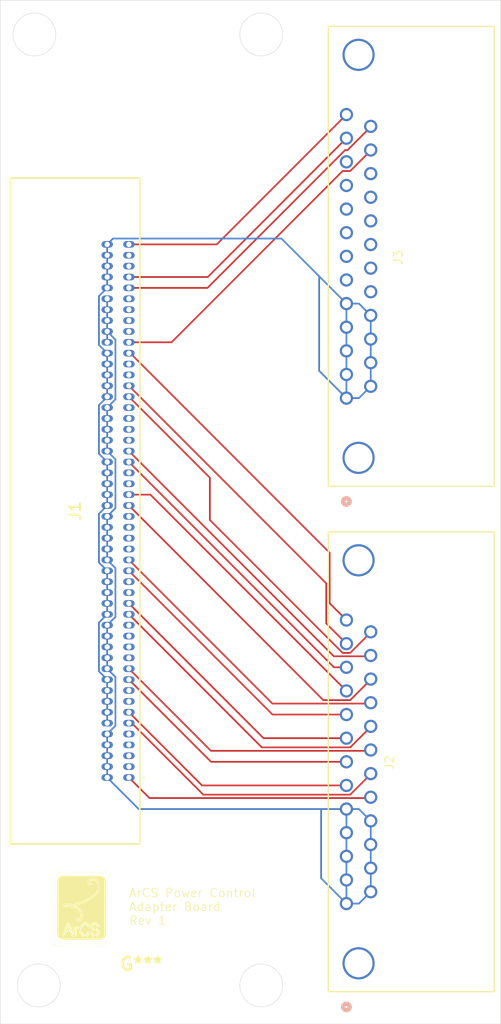
<source format=kicad_pcb>
(kicad_pcb (version 20240108) (generator "pcbnew") (generator_version "8.0")
  (layers (0 "F.Cu" signal) (1 "In1.Cu" signal) (2 "In2.Cu" signal) (31 "B.Cu" signal) (34 "B.Paste" user) (35 "F.Paste" user) (36 "B.SilkS" user "B.Silkscreen") (37 "F.SilkS" user "F.Silkscreen") (38 "B.Mask" user) (39 "F.Mask" user) (44 "Edge.Cuts" user))
  (net 0 "")
  (net 1 "CMB5-SDI-2")
  (net 2 "CMB5-VDD-S")
  (net 3 "CMB3-SDO-3")
  (net 4 "CMB5-SDI-1")
  (net 5 "CMB4-VDD-S")
  (net 6 "CMB4-SDI-3")
  (net 7 "CMB3-SDI-1")
  (net 8 "CMB5-VDDP-S")
  (net 9 "CMB3-SDI-2")
  (net 10 "CMB4-VDDP-S")
  (net 11 "CMB3-SDI-3")
  (net 12 "CMB4-SDI-2")
  (net 13 "CMB4-SDO-3")
  (net 14 "CMB4-SDI-1")
  (net 15 "CMB5-SDI-3")
  (net 16 "CMB5-SDO-3")
  (net 17 "CMB3-VDD-S")
  (net 18 "CMB3-VDDP-S")
  (net 19 "CMB1-VDD")
  (net 20 "CMB1-VDDP")
  (net 21 "CMB1-VDDP-S")
  (net 22 "CMB1-VDD-S")
  (net 23 "CMB1-SDO-3")
  (net 24 "CMB1-SDI-1")
  (net 25 "CMB1-CLK")
  (net 26 "CMB1-CS")
  (net 27 "CMB1-SDI-3")
  (net 28 "CMB1-RST")
  (net 29 "CMB1-TEST")
  (net 30 "CMB1-SDI-2")
  (net 31 "CMB2-SDI-3")
  (net 32 "CMB2-SDO-3")
  (net 33 "CMB2-SDI-1")
  (net 34 "CMB2-SDI-2")
  (net 35 "CMB2-VDDP-S")
  (net 36 "CMB2-VDD-S")
  (footprint "LOGO" (layer "F.Cu") (at 136.5 126.5)
    (property "Reference" "G***" (at 7 6.5 0) (layer "F.SilkS") (effects (font (size 1.5 1.5) (thickness 0.3))))
    (property "Value" "LOGO" (hide yes))
  )
  (footprint "footprints:CONN25x1_5747842-3_TEC" (layer "F.Cu") (at 167.456807 66.943101 90)
    (property "Reference" "J3" (at 16.443101 6.043193 90) (layer "F.SilkS"))
    (property "Value" "5747842-3")
    (pad "1" thru_hole circle (at 0 0 90) (size 1.5494 1.5494) (drill 1.0414) (layers "*.Cu" "*.Mask") (net 20 "CMB1-VDDP"))
    (pad "2" thru_hole circle (at 1.378999 2.839999 90) (size 1.5494 1.5494) (drill 1.0414) (layers "*.Cu" "*.Mask") (net 20 "CMB1-VDDP"))
    (pad "3" thru_hole circle (at 2.758 0 90) (size 1.5494 1.5494) (drill 1.0414) (layers "*.Cu" "*.Mask") (net 20 "CMB1-VDDP"))
    (pad "4" thru_hole circle (at 4.136999 2.839999 90) (size 1.5494 1.5494) (drill 1.0414) (layers "*.Cu" "*.Mask") (net 20 "CMB1-VDDP"))
    (pad "5" thru_hole circle (at 5.516001 0 90) (size 1.5494 1.5494) (drill 1.0414) (layers "*.Cu" "*.Mask") (net 20 "CMB1-VDDP"))
    (pad "6" thru_hole circle (at 6.895 2.839999 90) (size 1.5494 1.5494) (drill 1.0414) (layers "*.Cu" "*.Mask") (net 20 "CMB1-VDDP"))
    (pad "7" thru_hole circle (at 8.273999 0 90) (size 1.5494 1.5494) (drill 1.0414) (layers "*.Cu" "*.Mask") (net 20 "CMB1-VDDP"))
    (pad "8" thru_hole circle (at 9.653001 2.839999 90) (size 1.5494 1.5494) (drill 1.0414) (layers "*.Cu" "*.Mask") (net 20 "CMB1-VDDP"))
    (pad "9" thru_hole circle (at 11.032 0 90) (size 1.5494 1.5494) (drill 1.0414) (layers "*.Cu" "*.Mask") (net 20 "CMB1-VDDP"))
    (pad "10" thru_hole circle (at 12.411001 2.839999 90) (size 1.5494 1.5494) (drill 1.0414) (layers "*.Cu" "*.Mask") (net 29 "CMB1-TEST"))
    (pad "11" thru_hole circle (at 13.79 0 90) (size 1.5494 1.5494) (drill 1.0414) (layers "*.Cu" "*.Mask") (net 29 "CMB1-TEST"))
    (pad "12" thru_hole circle (at 15.168999 2.839999 90) (size 1.5494 1.5494) (drill 1.0414) (layers "*.Cu" "*.Mask") (net 29 "CMB1-TEST"))
    (pad "13" thru_hole circle (at 16.548001 0 90) (size 1.5494 1.5494) (drill 1.0414) (layers "*.Cu" "*.Mask") (net 28 "CMB1-RST"))
    (pad "14" thru_hole circle (at 17.927 2.839999 90) (size 1.5494 1.5494) (drill 1.0414) (layers "*.Cu" "*.Mask") (net 28 "CMB1-RST"))
    (pad "15" thru_hole circle (at 19.306001 0 90) (size 1.5494 1.5494) (drill 1.0414) (layers "*.Cu" "*.Mask") (net 28 "CMB1-RST"))
    (pad "16" thru_hole circle (at 20.685 2.839999 90) (size 1.5494 1.5494) (drill 1.0414) (layers "*.Cu" "*.Mask") (net 26 "CMB1-CS"))
    (pad "17" thru_hole circle (at 22.063999 0 90) (size 1.5494 1.5494) (drill 1.0414) (layers "*.Cu" "*.Mask") (net 26 "CMB1-CS"))
    (pad "18" thru_hole circle (at 23.443001 2.839999 90) (size 1.5494 1.5494) (drill 1.0414) (layers "*.Cu" "*.Mask") (net 26 "CMB1-CS"))
    (pad "19" thru_hole circle (at 24.822 0 90) (size 1.5494 1.5494) (drill 1.0414) (layers "*.Cu" "*.Mask") (net 25 "CMB1-CLK"))
    (pad "20" thru_hole circle (at 26.201002 2.839999 90) (size 1.5494 1.5494) (drill 1.0414) (layers "*.Cu" "*.Mask") (net 25 "CMB1-CLK"))
    (pad "21" thru_hole circle (at 27.580001 0 90) (size 1.5494 1.5494) (drill 1.0414) (layers "*.Cu" "*.Mask") (net 25 "CMB1-CLK"))
    (pad "22" thru_hole circle (at 28.959 2.839999 90) (size 1.5494 1.5494) (drill 1.0414) (layers "*.Cu" "*.Mask") (net 2 "CMB5-VDD-S"))
    (pad "23" thru_hole circle (at 30.338001 0 90) (size 1.5494 1.5494) (drill 1.0414) (layers "*.Cu" "*.Mask") (net 16 "CMB5-SDO-3"))
    (pad "24" thru_hole circle (at 31.717 2.839999 90) (size 1.5494 1.5494) (drill 1.0414) (layers "*.Cu" "*.Mask") (net 4 "CMB5-SDI-1"))
    (pad "25" thru_hole circle (at 33.096002 0 90) (size 1.5494 1.5494) (drill 1.0414) (layers "*.Cu" "*.Mask") (net 8 "CMB5-VDDP-S"))
    (pad "26" thru_hole circle (at -6.972006 1.42 90) (size 3.7592 3.7592) (drill 3.2512) (layers "*.Cu" "*.Mask"))
    (pad "27" thru_hole circle (at 40.068007 1.42 90) (size 3.7592 3.7592) (drill 3.2512) (layers "*.Cu" "*.Mask"))
  )
  (footprint "KiCad2:81100560203RB" (layer "F.Cu") (at 142.04 111.23 90)
    (property "Reference" "J1" (at 31.11 -6.285 -90) (layer "F.SilkS") (effects (font (size 1.27 1.27) (thickness 0.254))))
    (property "Value" "81100-560203-RB" (hide yes))
    (pad "" np_thru_hole circle (at -0.64 -6.6 90) (size 2.77 2.77) (drill 2.77) (layers "*.Cu" "*.Mask"))
    (pad "" np_thru_hole circle (at 62.86 -6.6 90) (size 2.77 2.77) (drill 2.77) (layers "*.Cu" "*.Mask"))
    (pad "1" thru_hole oval (at 0 0 90) (size 0.765 1.33) (drill 0.61) (layers "*.Cu" "*.Mask") (net 22 "CMB1-VDD-S"))
    (pad "2" thru_hole oval (at 0 -2.54 90) (size 0.765 1.33) (drill 0.61) (layers "*.Cu" "*.Mask") (net 19 "CMB1-VDD"))
    (pad "3" thru_hole oval (at 1.27 0 90) (size 0.765 1.33) (drill 0.61) (layers "*.Cu" "*.Mask") (net 29 "CMB1-TEST"))
    (pad "4" thru_hole oval (at 1.27 -2.54 90) (size 0.765 1.33) (drill 0.61) (layers "*.Cu" "*.Mask") (net 19 "CMB1-VDD"))
    (pad "5" thru_hole oval (at 2.54 0 90) (size 0.765 1.33) (drill 0.61) (layers "*.Cu" "*.Mask") (net 28 "CMB1-RST"))
    (pad "6" thru_hole oval (at 2.54 -2.54 90) (size 0.765 1.33) (drill 0.61) (layers "*.Cu" "*.Mask") (net 19 "CMB1-VDD"))
    (pad "7" thru_hole oval (at 3.81 0 90) (size 0.765 1.33) (drill 0.61) (layers "*.Cu" "*.Mask") (net 26 "CMB1-CS"))
    (pad "8" thru_hole oval (at 3.81 -2.54 90) (size 0.765 1.33) (drill 0.61) (layers "*.Cu" "*.Mask") (net 19 "CMB1-VDD"))
    (pad "9" thru_hole oval (at 5.08 0 90) (size 0.765 1.33) (drill 0.61) (layers "*.Cu" "*.Mask") (net 25 "CMB1-CLK"))
    (pad "10" thru_hole oval (at 5.08 -2.54 90) (size 0.765 1.33) (drill 0.61) (layers "*.Cu" "*.Mask") (net 19 "CMB1-VDD"))
    (pad "11" thru_hole oval (at 6.35 0 90) (size 0.765 1.33) (drill 0.61) (layers "*.Cu" "*.Mask") (net 24 "CMB1-SDI-1"))
    (pad "12" thru_hole oval (at 6.35 -2.54 90) (size 0.765 1.33) (drill 0.61) (layers "*.Cu" "*.Mask") (net 20 "CMB1-VDDP"))
    (pad "13" thru_hole oval (at 7.62 0 90) (size 0.765 1.33) (drill 0.61) (layers "*.Cu" "*.Mask") (net 23 "CMB1-SDO-3"))
    (pad "14" thru_hole oval (at 7.62 -2.54 90) (size 0.765 1.33) (drill 0.61) (layers "*.Cu" "*.Mask") (net 20 "CMB1-VDDP"))
    (pad "15" thru_hole oval (at 8.89 0 90) (size 0.765 1.33) (drill 0.61) (layers "*.Cu" "*.Mask") (net 27 "CMB1-SDI-3"))
    (pad "16" thru_hole oval (at 8.89 -2.54 90) (size 0.765 1.33) (drill 0.61) (layers "*.Cu" "*.Mask") (net 20 "CMB1-VDDP"))
    (pad "17" thru_hole oval (at 10.16 0 90) (size 0.765 1.33) (drill 0.61) (layers "*.Cu" "*.Mask") (net 30 "CMB1-SDI-2"))
    (pad "18" thru_hole oval (at 10.16 -2.54 90) (size 0.765 1.33) (drill 0.61) (layers "*.Cu" "*.Mask") (net 20 "CMB1-VDDP"))
    (pad "19" thru_hole oval (at 11.43 0 90) (size 0.765 1.33) (drill 0.61) (layers "*.Cu" "*.Mask") (net 21 "CMB1-VDDP-S"))
    (pad "20" thru_hole oval (at 11.43 -2.54 90) (size 0.765 1.33) (drill 0.61) (layers "*.Cu" "*.Mask") (net 20 "CMB1-VDDP"))
    (pad "21" thru_hole oval (at 12.7 0 90) (size 0.765 1.33) (drill 0.61) (layers "*.Cu" "*.Mask") (net 36 "CMB2-VDD-S"))
    (pad "22" thru_hole oval (at 12.7 -2.54 90) (size 0.765 1.33) (drill 0.61) (layers "*.Cu" "*.Mask") (net 19 "CMB1-VDD"))
    (pad "23" thru_hole oval (at 13.97 0 90) (size 0.765 1.33) (drill 0.61) (layers "*.Cu" "*.Mask") (net 29 "CMB1-TEST"))
    (pad "24" thru_hole oval (at 13.97 -2.54 90) (size 0.765 1.33) (drill 0.61) (layers "*.Cu" "*.Mask") (net 19 "CMB1-VDD"))
    (pad "25" thru_hole oval (at 15.24 0 90) (size 0.765 1.33) (drill 0.61) (layers "*.Cu" "*.Mask") (net 28 "CMB1-RST"))
    (pad "26" thru_hole oval (at 15.24 -2.54 90) (size 0.765 1.33) (drill 0.61) (layers "*.Cu" "*.Mask") (net 19 "CMB1-VDD"))
    (pad "27" thru_hole oval (at 16.51 0 90) (size 0.765 1.33) (drill 0.61) (layers "*.Cu" "*.Mask") (net 26 "CMB1-CS"))
    (pad "28" thru_hole oval (at 16.51 -2.54 90) (size 0.765 1.33) (drill 0.61) (layers "*.Cu" "*.Mask") (net 19 "CMB1-VDD"))
    (pad "29" thru_hole oval (at 17.78 0 90) (size 0.765 1.33) (drill 0.61) (layers "*.Cu" "*.Mask") (net 25 "CMB1-CLK"))
    (pad "30" thru_hole oval (at 17.78 -2.54 90) (size 0.765 1.33) (drill 0.61) (layers "*.Cu" "*.Mask") (net 19 "CMB1-VDD"))
    (pad "31" thru_hole oval (at 19.05 0 90) (size 0.765 1.33) (drill 0.61) (layers "*.Cu" "*.Mask") (net 33 "CMB2-SDI-1"))
    (pad "32" thru_hole oval (at 19.05 -2.54 90) (size 0.765 1.33) (drill 0.61) (layers "*.Cu" "*.Mask") (net 20 "CMB1-VDDP"))
    (pad "33" thru_hole oval (at 20.32 0 90) (size 0.765 1.33) (drill 0.61) (layers "*.Cu" "*.Mask") (net 32 "CMB2-SDO-3"))
    (pad "34" thru_hole oval (at 20.32 -2.54 90) (size 0.765 1.33) (drill 0.61) (layers "*.Cu" "*.Mask") (net 20 "CMB1-VDDP"))
    (pad "35" thru_hole oval (at 21.59 0 90) (size 0.765 1.33) (drill 0.61) (layers "*.Cu" "*.Mask") (net 31 "CMB2-SDI-3"))
    (pad "36" thru_hole oval (at 21.59 -2.54 90) (size 0.765 1.33) (drill 0.61) (layers "*.Cu" "*.Mask") (net 20 "CMB1-VDDP"))
    (pad "37" thru_hole oval (at 22.86 0 90) (size 0.765 1.33) (drill 0.61) (layers "*.Cu" "*.Mask") (net 34 "CMB2-SDI-2"))
    (pad "38" thru_hole oval (at 22.86 -2.54 90) (size 0.765 1.33) (drill 0.61) (layers "*.Cu" "*.Mask") (net 20 "CMB1-VDDP"))
    (pad "39" thru_hole oval (at 24.13 0 90) (size 0.765 1.33) (drill 0.61) (layers "*.Cu" "*.Mask") (net 35 "CMB2-VDDP-S"))
    (pad "40" thru_hole oval (at 24.13 -2.54 90) (size 0.765 1.33) (drill 0.61) (layers "*.Cu" "*.Mask") (net 20 "CMB1-VDDP"))
    (pad "41" thru_hole oval (at 25.4 0 90) (size 0.765 1.33) (drill 0.61) (layers "*.Cu" "*.Mask") (net 17 "CMB3-VDD-S"))
    (pad "42" thru_hole oval (at 25.4 -2.54 90) (size 0.765 1.33) (drill 0.61) (layers "*.Cu" "*.Mask") (net 19 "CMB1-VDD"))
    (pad "43" thru_hole oval (at 26.67 0 90) (size 0.765 1.33) (drill 0.61) (layers "*.Cu" "*.Mask") (net 29 "CMB1-TEST"))
    (pad "44" thru_hole oval (at 26.67 -2.54 90) (size 0.765 1.33) (drill 0.61) (layers "*.Cu" "*.Mask") (net 19 "CMB1-VDD"))
    (pad "45" thru_hole oval (at 27.94 0 90) (size 0.765 1.33) (drill 0.61) (layers "*.Cu" "*.Mask") (net 28 "CMB1-RST"))
    (pad "46" thru_hole oval (at 27.94 -2.54 90) (size 0.765 1.33) (drill 0.61) (layers "*.Cu" "*.Mask") (net 19 "CMB1-VDD"))
    (pad "47" thru_hole oval (at 29.21 0 90) (size 0.765 1.33) (drill 0.61) (layers "*.Cu" "*.Mask") (net 26 "CMB1-CS"))
    (pad "48" thru_hole oval (at 29.21 -2.54 90) (size 0.765 1.33) (drill 0.61) (layers "*.Cu" "*.Mask") (net 19 "CMB1-VDD"))
    (pad "49" thru_hole oval (at 30.48 0 90) (size 0.765 1.33) (drill 0.61) (layers "*.Cu" "*.Mask") (net 25 "CMB1-CLK"))
    (pad "50" thru_hole oval (at 30.48 -2.54 90) (size 0.765 1.33) (drill 0.61) (layers "*.Cu" "*.Mask") (net 19 "CMB1-VDD"))
    (pad "51" thru_hole oval (at 31.75 0 90) (size 0.765 1.33) (drill 0.61) (layers "*.Cu" "*.Mask") (net 7 "CMB3-SDI-1"))
    (pad "52" thru_hole oval (at 31.75 -2.54 90) (size 0.765 1.33) (drill 0.61) (layers "*.Cu" "*.Mask") (net 20 "CMB1-VDDP"))
    (pad "53" thru_hole oval (at 33.02 0 90) (size 0.765 1.33) (drill 0.61) (layers "*.Cu" "*.Mask") (net 3 "CMB3-SDO-3"))
    (pad "54" thru_hole oval (at 33.02 -2.54 90) (size 0.765 1.33) (drill 0.61) (layers "*.Cu" "*.Mask") (net 20 "CMB1-VDDP"))
    (pad "55" thru_hole oval (at 34.29 0 90) (size 0.765 1.33) (drill 0.61) (layers "*.Cu" "*.Mask") (net 11 "CMB3-SDI-3"))
    (pad "56" thru_hole oval (at 34.29 -2.54 90) (size 0.765 1.33) (drill 0.61) (layers "*.Cu" "*.Mask") (net 20 "CMB1-VDDP"))
    (pad "57" thru_hole oval (at 35.56 0 90) (size 0.765 1.33) (drill 0.61) (layers "*.Cu" "*.Mask") (net 9 "CMB3-SDI-2"))
    (pad "58" thru_hole oval (at 35.56 -2.54 90) (size 0.765 1.33) (drill 0.61) (layers "*.Cu" "*.Mask") (net 20 "CMB1-VDDP"))
    (pad "59" thru_hole oval (at 36.83 0 90) (size 0.765 1.33) (drill 0.61) (layers "*.Cu" "*.Mask") (net 18 "CMB3-VDDP-S"))
    (pad "60" thru_hole oval (at 36.83 -2.54 90) (size 0.765 1.33) (drill 0.61) (layers "*.Cu" "*.Mask") (net 20 "CMB1-VDDP"))
    (pad "61" thru_hole oval (at 38.1 0 90) (size 0.765 1.33) (drill 0.61) (layers "*.Cu" "*.Mask") (net 5 "CMB4-VDD-S"))
    (pad "62" thru_hole oval (at 38.1 -2.54 90) (size 0.765 1.33) (drill 0.61) (layers "*.Cu" "*.Mask") (net 19 "CMB1-VDD"))
    (pad "63" thru_hole oval (at 39.37 0 90) (size 0.765 1.33) (drill 0.61) (layers "*.Cu" "*.Mask") (net 29 "CMB1-TEST"))
    (pad "64" thru_hole oval (at 39.37 -2.54 90) (size 0.765 1.33) (drill 0.61) (layers "*.Cu" "*.Mask") (net 19 "CMB1-VDD"))
    (pad "65" thru_hole oval (at 40.64 0 90) (size 0.765 1.33) (drill 0.61) (layers "*.Cu" "*.Mask") (net 28 "CMB1-RST"))
    (pad "66" thru_hole oval (at 40.64 -2.54 90) (size 0.765 1.33) (drill 0.61) (layers "*.Cu" "*.Mask") (net 19 "CMB1-VDD"))
    (pad "67" thru_hole oval (at 41.91 0 90) (size 0.765 1.33) (drill 0.61) (layers "*.Cu" "*.Mask") (net 26 "CMB1-CS"))
    (pad "68" thru_hole oval (at 41.91 -2.54 90) (size 0.765 1.33) (drill 0.61) (layers "*.Cu" "*.Mask") (net 19 "CMB1-VDD"))
    (pad "69" thru_hole oval (at 43.18 0 90) (size 0.765 1.33) (drill 0.61) (layers "*.Cu" "*.Mask") (net 25 "CMB1-CLK"))
    (pad "70" thru_hole oval (at 43.18 -2.54 90) (size 0.765 1.33) (drill 0.61) (layers "*.Cu" "*.Mask") (net 19 "CMB1-VDD"))
    (pad "71" thru_hole oval (at 44.45 0 90) (size 0.765 1.33) (drill 0.61) (layers "*.Cu" "*.Mask") (net 14 "CMB4-SDI-1"))
    (pad "72" thru_hole oval (at 44.45 -2.54 90) (size 0.765 1.33) (drill 0.61) (layers "*.Cu" "*.Mask") (net 20 "CMB1-VDDP"))
    (pad "73" thru_hole oval (at 45.72 0 90) (size 0.765 1.33) (drill 0.61) (layers "*.Cu" "*.Mask") (net 13 "CMB4-SDO-3"))
    (pad "74" thru_hole oval (at 45.72 -2.54 90) (size 0.765 1.33) (drill 0.61) (layers "*.Cu" "*.Mask") (net 20 "CMB1-VDDP"))
    (pad "75" thru_hole oval (at 46.99 0 90) (size 0.765 1.33) (drill 0.61) (layers "*.Cu" "*.Mask") (net 6 "CMB4-SDI-3"))
    (pad "76" thru_hole oval (at 46.99 -2.54 90) (size 0.765 1.33) (drill 0.61) (layers "*.Cu" "*.Mask") (net 20 "CMB1-VDDP"))
    (pad "77" thru_hole oval (at 48.26 0 90) (size 0.765 1.33) (drill 0.61) (layers "*.Cu" "*.Mask") (net 12 "CMB4-SDI-2"))
    (pad "78" thru_hole oval (at 48.26 -2.54 90) (size 0.765 1.33) (drill 0.61) (layers "*.Cu" "*.Mask") (net 20 "CMB1-VDDP"))
    (pad "79" thru_hole oval (at 49.53 0 90) (size 0.765 1.33) (drill 0.61) (layers "*.Cu" "*.Mask") (net 10 "CMB4-VDDP-S"))
    (pad "80" thru_hole oval (at 49.53 -2.54 90) (size 0.765 1.33) (drill 0.61) (layers "*.Cu" "*.Mask") (net 20 "CMB1-VDDP"))
    (pad "81" thru_hole oval (at 50.8 0 90) (size 0.765 1.33) (drill 0.61) (layers "*.Cu" "*.Mask") (net 2 "CMB5-VDD-S"))
    (pad "82" thru_hole oval (at 50.8 -2.54 90) (size 0.765 1.33) (drill 0.61) (layers "*.Cu" "*.Mask") (net 19 "CMB1-VDD"))
    (pad "83" thru_hole oval (at 52.07 0 90) (size 0.765 1.33) (drill 0.61) (layers "*.Cu" "*.Mask") (net 29 "CMB1-TEST"))
    (pad "84" thru_hole oval (at 52.07 -2.54 90) (size 0.765 1.33) (drill 0.61) (layers "*.Cu" "*.Mask") (net 19 "CMB1-VDD"))
    (pad "85" thru_hole oval (at 53.34 0 90) (size 0.765 1.33) (drill 0.61) (layers "*.Cu" "*.Mask") (net 28 "CMB1-RST"))
    (pad "86" thru_hole oval (at 53.34 -2.54 90) (size 0.765 1.33) (drill 0.61) (layers "*.Cu" "*.Mask") (net 19 "CMB1-VDD"))
    (pad "87" thru_hole oval (at 54.61 0 90) (size 0.765 1.33) (drill 0.61) (layers "*.Cu" "*.Mask") (net 26 "CMB1-CS"))
    (pad "88" thru_hole oval (at 54.61 -2.54 90) (size 0.765 1.33) (drill 0.61) (layers "*.Cu" "*.Mask") (net 19 "CMB1-VDD"))
    (pad "89" thru_hole oval (at 55.88 0 90) (size 0.765 1.33) (drill 0.61) (layers "*.Cu" "*.Mask") (net 25 "CMB1-CLK"))
    (pad "90" thru_hole oval (at 55.88 -2.54 90) (size 0.765 1.33) (drill 0.61) (layers "*.Cu" "*.Mask") (net 19 "CMB1-VDD"))
    (pad "91" thru_hole oval (at 57.15 0 90) (size 0.765 1.33) (drill 0.61) (layers "*.Cu" "*.Mask") (net 4 "CMB5-SDI-1"))
    (pad "92" thru_hole oval (at 57.15 -2.54 90) (size 0.765 1.33) (drill 0.61) (layers "*.Cu" "*.Mask") (net 20 "CMB1-VDDP"))
    (pad "93" thru_hole oval (at 58.42 0 90) (size 0.765 1.33) (drill 0.61) (layers "*.Cu" "*.Mask") (net 16 "CMB5-SDO-3"))
    (pad "94" thru_hole oval (at 58.42 -2.54 90) (size 0.765 1.33) (drill 0.61) (layers "*.Cu" "*.Mask") (net 20 "CMB1-VDDP"))
    (pad "95" thru_hole oval (at 59.69 0 90) (size 0.765 1.33) (drill 0.61) (layers "*.Cu" "*.Mask") (net 15 "CMB5-SDI-3"))
    (pad "96" thru_hole oval (at 59.69 -2.54 90) (size 0.765 1.33) (drill 0.61) (layers "*.Cu" "*.Mask") (net 20 "CMB1-VDDP"))
    (pad "97" thru_hole oval (at 60.96 0 90) (size 0.765 1.33) (drill 0.61) (layers "*.Cu" "*.Mask") (net 1 "CMB5-SDI-2"))
    (pad "98" thru_hole oval (at 60.96 -2.54 90) (size 0.765 1.33) (drill 0.61) (layers "*.Cu" "*.Mask") (net 20 "CMB1-VDDP"))
    (pad "99" thru_hole oval (at 62.23 0 90) (size 0.765 1.33) (drill 0.61) (layers "*.Cu" "*.Mask") (net 8 "CMB5-VDDP-S"))
    (pad "100" thru_hole oval (at 62.23 -2.54 90) (size 0.765 1.33) (drill 0.61) (layers "*.Cu" "*.Mask") (net 20 "CMB1-VDDP"))
  )
  (footprint "footprints:CONN25x1_5747842-3_TEC" (layer "F.Cu") (at 167.456807 125.943101 90)
    (property "Reference" "J2" (at 16.443101 5.043193 90) (layer "F.SilkS"))
    (property "Value" "5747842-3")
    (pad "1" thru_hole circle (at 0 0 90) (size 1.5494 1.5494) (drill 1.0414) (layers "*.Cu" "*.Mask") (net 19 "CMB1-VDD"))
    (pad "2" thru_hole circle (at 1.378999 2.839999 90) (size 1.5494 1.5494) (drill 1.0414) (layers "*.Cu" "*.Mask") (net 19 "CMB1-VDD"))
    (pad "3" thru_hole circle (at 2.758 0 90) (size 1.5494 1.5494) (drill 1.0414) (layers "*.Cu" "*.Mask") (net 19 "CMB1-VDD"))
    (pad "4" thru_hole circle (at 4.136999 2.839999 90) (size 1.5494 1.5494) (drill 1.0414) (layers "*.Cu" "*.Mask") (net 19 "CMB1-VDD"))
    (pad "5" thru_hole circle (at 5.516001 0 90) (size 1.5494 1.5494) (drill 1.0414) (layers "*.Cu" "*.Mask") (net 19 "CMB1-VDD"))
    (pad "6" thru_hole circle (at 6.895 2.839999 90) (size 1.5494 1.5494) (drill 1.0414) (layers "*.Cu" "*.Mask") (net 19 "CMB1-VDD"))
    (pad "7" thru_hole circle (at 8.273999 0 90) (size 1.5494 1.5494) (drill 1.0414) (layers "*.Cu" "*.Mask") (net 19 "CMB1-VDD"))
    (pad "8" thru_hole circle (at 9.653001 2.839999 90) (size 1.5494 1.5494) (drill 1.0414) (layers "*.Cu" "*.Mask") (net 19 "CMB1-VDD"))
    (pad "9" thru_hole circle (at 11.032 0 90) (size 1.5494 1.5494) (drill 1.0414) (layers "*.Cu" "*.Mask") (net 19 "CMB1-VDD"))
    (pad "10" thru_hole circle (at 12.411001 2.839999 90) (size 1.5494 1.5494) (drill 1.0414) (layers "*.Cu" "*.Mask") (net 22 "CMB1-VDD-S"))
    (pad "11" thru_hole circle (at 13.79 0 90) (size 1.5494 1.5494) (drill 1.0414) (layers "*.Cu" "*.Mask") (net 23 "CMB1-SDO-3"))
    (pad "12" thru_hole circle (at 15.168999 2.839999 90) (size 1.5494 1.5494) (drill 1.0414) (layers "*.Cu" "*.Mask") (net 24 "CMB1-SDI-1"))
    (pad "13" thru_hole circle (at 16.548001 0 90) (size 1.5494 1.5494) (drill 1.0414) (layers "*.Cu" "*.Mask") (net 21 "CMB1-VDDP-S"))
    (pad "14" thru_hole circle (at 17.927 2.839999 90) (size 1.5494 1.5494) (drill 1.0414) (layers "*.Cu" "*.Mask") (net 36 "CMB2-VDD-S"))
    (pad "15" thru_hole circle (at 19.306001 0 90) (size 1.5494 1.5494) (drill 1.0414) (layers "*.Cu" "*.Mask") (net 32 "CMB2-SDO-3"))
    (pad "16" thru_hole circle (at 20.685 2.839999 90) (size 1.5494 1.5494) (drill 1.0414) (layers "*.Cu" "*.Mask") (net 33 "CMB2-SDI-1"))
    (pad "17" thru_hole circle (at 22.063999 0 90) (size 1.5494 1.5494) (drill 1.0414) (layers "*.Cu" "*.Mask") (net 35 "CMB2-VDDP-S"))
    (pad "18" thru_hole circle (at 23.443001 2.839999 90) (size 1.5494 1.5494) (drill 1.0414) (layers "*.Cu" "*.Mask") (net 17 "CMB3-VDD-S"))
    (pad "19" thru_hole circle (at 24.822 0 90) (size 1.5494 1.5494) (drill 1.0414) (layers "*.Cu" "*.Mask") (net 3 "CMB3-SDO-3"))
    (pad "20" thru_hole circle (at 26.201002 2.839999 90) (size 1.5494 1.5494) (drill 1.0414) (layers "*.Cu" "*.Mask") (net 7 "CMB3-SDI-1"))
    (pad "21" thru_hole circle (at 27.580001 0 90) (size 1.5494 1.5494) (drill 1.0414) (layers "*.Cu" "*.Mask") (net 18 "CMB3-VDDP-S"))
    (pad "22" thru_hole circle (at 28.959 2.839999 90) (size 1.5494 1.5494) (drill 1.0414) (layers "*.Cu" "*.Mask") (net 5 "CMB4-VDD-S"))
    (pad "23" thru_hole circle (at 30.338001 0 90) (size 1.5494 1.5494) (drill 1.0414) (layers "*.Cu" "*.Mask") (net 13 "CMB4-SDO-3"))
    (pad "24" thru_hole circle (at 31.717 2.839999 90) (size 1.5494 1.5494) (drill 1.0414) (layers "*.Cu" "*.Mask") (net 14 "CMB4-SDI-1"))
    (pad "25" thru_hole circle (at 33.096002 0 90) (size 1.5494 1.5494) (drill 1.0414) (layers "*.Cu" "*.Mask") (net 10 "CMB4-VDDP-S"))
    (pad "26" thru_hole circle (at -6.972006 1.42 90) (size 3.7592 3.7592) (drill 3.2512) (layers "*.Cu" "*.Mask"))
    (pad "27" thru_hole circle (at 40.068007 1.42 90) (size 3.7592 3.7592) (drill 3.2512) (layers "*.Cu" "*.Mask"))
  )
  (gr_circle (center 157.5 24.5) (end 159.5 26) (stroke (width 0.05)) (fill none) (layer "Edge.Cuts"))
  (gr_circle (center 131 24.5) (end 133 26) (stroke (width 0.05)) (fill none) (layer "Edge.Cuts"))
  (gr_circle (center 157.5 135.5) (end 159.5 137) (stroke (width 0.05)) (fill none) (layer "Edge.Cuts"))
  (gr_circle (center 131.5 135.5) (end 133.5 137) (stroke (width 0.05)) (fill none) (layer "Edge.Cuts"))
  (gr_rect (start 127 20.5) (end 185.5 140) (stroke (width 0.05)) (fill none) (layer "Edge.Cuts"))
  (gr_text "ArCS Power Control\nAdapter Board\nRev 1" (at 142 128.5 0) (layer "F.SilkS") (effects (font (size 1 1) (thickness 0.1)) (justify left bottom)))
  (segment (start 170.296806 38.042957) (end 170.296806 37.984101) (width 0.2) (layer "F.Cu") (net 2))
  (segment (start 142.04 60.43) (end 147.019451 60.43) (width 0.2) (layer "F.Cu") (net 2))
  (segment (start 147.019451 60.43) (end 167.011651 40.4378) (width 0.2) (layer "F.Cu") (net 2))
  (segment (start 167.011651 40.4378) (end 167.901963 40.4378) (width 0.2) (layer "F.Cu") (net 2))
  (segment (start 167.901963 40.4378) (end 170.296806 38.042957) (width 0.2) (layer "F.Cu") (net 2))
  (segment (start 142.04 78.21) (end 144.545706 78.21) (width 0.2) (layer "F.Cu") (net 3))
  (segment (start 144.545706 78.21) (end 167.456807 101.121101) (width 0.2) (layer "F.Cu") (net 3))
  (segment (start 167.300051 38) (end 167.581763 38) (width 0.2) (layer "F.Cu") (net 4))
  (segment (start 151.220051 54.08) (end 167.300051 38) (width 0.2) (layer "F.Cu") (net 4))
  (segment (start 167.581763 38) (end 170.296806 35.284957) (width 0.2) (layer "F.Cu") (net 4))
  (segment (start 142.04 54.08) (end 151.220051 54.08) (width 0.2) (layer "F.Cu") (net 4))
  (segment (start 170.296806 35.284957) (end 170.296806 35.226101) (width 0.2) (layer "F.Cu") (net 4))
  (segment (start 165.9898 97.0798) (end 170.201107 97.0798) (width 0.2) (layer "F.Cu") (net 5))
  (segment (start 142.04 73.13) (end 165.9898 97.0798) (width 0.2) (layer "F.Cu") (net 5))
  (segment (start 170.201107 97.0798) (end 170.296806 96.984101) (width 0.2) (layer "F.Cu") (net 5))
  (segment (start 164.755801 102.195801) (end 167.901963 102.195801) (width 0.2) (layer "F.Cu") (net 7))
  (segment (start 170.296806 99.800958) (end 170.296806 99.742099) (width 0.2) (layer "F.Cu") (net 7))
  (segment (start 167.901963 102.195801) (end 170.296806 99.800958) (width 0.2) (layer "F.Cu") (net 7))
  (segment (start 142.04 79.48) (end 164.755801 102.195801) (width 0.2) (layer "F.Cu") (net 7))
  (segment (start 142.04 49) (end 152.303906 49) (width 0.2) (layer "F.Cu") (net 8))
  (segment (start 152.303906 49) (end 167.456807 33.847099) (width 0.2) (layer "F.Cu") (net 8))
  (segment (start 165.5 90.890292) (end 167.456807 92.847099) (width 0.2) (layer "F.Cu") (net 10))
  (segment (start 165.5 85) (end 165.5 90.890292) (width 0.2) (layer "F.Cu") (net 10))
  (segment (start 142.04 61.7) (end 142.2 61.7) (width 0.2) (layer "F.Cu") (net 10))
  (segment (start 142.2 61.7) (end 165.5 85) (width 0.2) (layer "F.Cu") (net 10))
  (segment (start 165.1 93.248293) (end 167.456807 95.6051) (width 0.2) (layer "F.Cu") (net 13))
  (segment (start 142.04 65.51) (end 165.1 88.57) (width 0.2) (layer "F.Cu") (net 13))
  (segment (start 165.1 88.57) (end 165.1 93.248293) (width 0.2) (layer "F.Cu") (net 13))
  (segment (start 170.296806 94.284957) (end 170.296806 94.226101) (width 0.2) (layer "F.Cu") (net 14))
  (segment (start 167.901963 96.6798) (end 170.296806 94.284957) (width 0.2) (layer "F.Cu") (net 14))
  (segment (start 151.5 81.168149) (end 167.011651 96.6798) (width 0.2) (layer "F.Cu") (net 14))
  (segment (start 167.011651 96.6798) (end 167.901963 96.6798) (width 0.2) (layer "F.Cu") (net 14))
  (segment (start 151.5 76.24) (end 151.5 81.168149) (width 0.2) (layer "F.Cu") (net 14))
  (segment (start 142.04 66.78) (end 151.5 76.24) (width 0.2) (layer "F.Cu") (net 14))
  (segment (start 151.251907 52.81) (end 167.456807 36.6051) (width 0.2) (layer "F.Cu") (net 16))
  (segment (start 142.04 52.81) (end 151.251907 52.81) (width 0.2) (layer "F.Cu") (net 16))
  (segment (start 158.805801 102.595801) (end 170.201105 102.595801) (width 0.2) (layer "F.Cu") (net 17))
  (segment (start 142.04 85.83) (end 158.805801 102.595801) (width 0.2) (layer "F.Cu") (net 17))
  (segment (start 170.201105 102.595801) (end 170.296806 102.5001) (width 0.2) (layer "F.Cu") (net 17))
  (segment (start 166.0031 98.3631) (end 167.456807 98.3631) (width 0.2) (layer "F.Cu") (net 18))
  (segment (start 142.04 74.4) (end 166.0031 98.3631) (width 0.2) (layer "F.Cu") (net 18))
  (segment (start 139.5 93.45) (end 139.5 98.53) (width 0.2) (layer "B.Cu") (net 19))
  (segment (start 167.814899 123.185101) (end 168 123) (width 0.2) (layer "B.Cu") (net 19))
  (segment (start 140.465 92.485) (end 139.5 93.45) (width 0.2) (layer "B.Cu") (net 19))
  (segment (start 168.917807 114.911101) (end 170.296806 116.2901) (width 0.2) (layer "B.Cu") (net 19))
  (segment (start 168.917807 125.943101) (end 170.296806 124.564102) (width 0.2) (layer "B.Cu") (net 19))
  (segment (start 167.456807 114.911101) (end 168.917807 114.911101) (width 0.2) (layer "B.Cu") (net 19))
  (segment (start 164.5 122.986294) (end 167.456807 125.943101) (width 0.2) (layer "B.Cu") (net 19))
  (segment (start 139.5 59.16) (end 140.465 60.125) (width 0.2) (layer "B.Cu") (net 19))
  (segment (start 140.465 99.495) (end 140.465 105.185) (width 0.2) (layer "B.Cu") (net 19))
  (segment (start 140.465 86.795) (end 140.465 92.485) (width 0.2) (layer "B.Cu") (net 19))
  (segment (start 167.456807 125.943101) (end 168.917807 125.943101) (width 0.2) (layer "B.Cu") (net 19))
  (segment (start 139.5 106.15) (end 139.5 111.23) (width 0.2) (layer "B.Cu") (net 19))
  (segment (start 139.5 60.43) (end 139.5 55.35) (width 0.2) (layer "B.Cu") (net 19))
  (segment (start 140.465 105.185) (end 139.5 106.15) (width 0.2) (layer "B.Cu") (net 19))
  (segment (start 164.5 114.911101) (end 164.5 122.986294) (width 0.2) (layer "B.Cu") (net 19))
  (segment (start 139.5 111.23) (end 143.181101 114.911101) (width 0.2) (layer "B.Cu") (net 19))
  (segment (start 139.5 80.75) (end 139.5 85.83) (width 0.2) (layer "B.Cu") (net 19))
  (segment (start 140.465 79.785) (end 139.5 80.75) (width 0.2) (layer "B.Cu") (net 19))
  (segment (start 167.456807 123.185101) (end 167.814899 123.185101) (width 0.2) (layer "B.Cu") (net 19))
  (segment (start 140.465 67.085) (end 139.5 68.05) (width 0.2) (layer "B.Cu") (net 19))
  (segment (start 170.296806 116.2901) (end 170.296806 124.564102) (width 0.2) (layer "B.Cu") (net 19))
  (segment (start 139.5 68.05) (end 139.5 73.13) (width 0.2) (layer "B.Cu") (net 19))
  (segment (start 143.181101 114.911101) (end 164.5 114.911101) (width 0.2) (layer "B.Cu") (net 19))
  (segment (start 140.465 60.125) (end 140.465 67.085) (width 0.2) (layer "B.Cu") (net 19))
  (segment (start 167.456807 114.911101) (end 167.456807 125.943101) (width 0.2) (layer "B.Cu") (net 19))
  (segment (start 164.5 114.911101) (end 167.456807 114.911101) (width 0.2) (layer "B.Cu") (net 19))
  (segment (start 139.5 73.13) (end 140.465 74.095) (width 0.2) (layer "B.Cu") (net 19))
  (segment (start 139.5 98.53) (end 140.465 99.495) (width 0.2) (layer "B.Cu") (net 19))
  (segment (start 139.5 85.83) (end 140.465 86.795) (width 0.2) (layer "B.Cu") (net 19))
  (segment (start 140.465 74.095) (end 140.465 79.785) (width 0.2) (layer "B.Cu") (net 19))
  (segment (start 164.022853 52.477147) (end 167.456807 55.911101) (width 0.2) (layer "B.Cu") (net 20))
  (segment (start 139.5 54.08) (end 138.535 55.045) (width 0.2) (layer "B.Cu") (net 20))
  (segment (start 170.296806 57.2901) (end 170.296806 65.564102) (width 0.2) (layer "B.Cu") (net 20))
  (segment (start 168.917807 66.943101) (end 170.296806 65.564102) (width 0.2) (layer "B.Cu") (net 20))
  (segment (start 168.917807 55.911101) (end 170.296806 57.2901) (width 0.2) (layer "B.Cu") (net 20))
  (segment (start 167.456807 66.943101) (end 168.917807 66.943101) (width 0.2) (layer "B.Cu") (net 20))
  (segment (start 138.535 60.735) (end 139.5 61.7) (width 0.2) (layer "B.Cu") (net 20))
  (segment (start 167.456807 55.911101) (end 167.456807 66.943101) (width 0.2) (layer "B.Cu") (net 20))
  (segment (start 164.022853 52.477147) (end 164.272853 52.727147) (width 0.2) (layer "B.Cu") (net 20))
  (segment (start 138.535 67.767299) (end 138.535 73.435) (width 0.2) (layer "B.Cu") (net 20))
  (segment (start 167.456807 55.911101) (end 168.917807 55.911101) (width 0.2) (layer "B.Cu") (net 20))
  (segment (start 140.1825 48.3175) (end 159.863206 48.3175) (width 0.2) (layer "B.Cu") (net 20))
  (segment (start 139.5 92.18) (end 138.535 93.145) (width 0.2) (layer "B.Cu") (net 20))
  (segment (start 138.535 98.835) (end 139.5 99.8) (width 0.2) (layer "B.Cu") (net 20))
  (segment (start 139.5 78.21) (end 139.5 74.4) (width 0.2) (layer "B.Cu") (net 20))
  (segment (start 139.5 99.8) (end 139.5 104.88) (width 0.2) (layer "B.Cu") (net 20))
  (segment (start 139.5 66.78) (end 139.5 61.7) (width 0.2) (layer "B.Cu") (net 20))
  (segment (start 138.535 93.145) (end 138.535 98.835) (width 0.2) (layer "B.Cu") (net 20))
  (segment (start 159.863206 48.3175) (end 164.022853 52.477147) (width 0.2) (layer "B.Cu") (net 20))
  (segment (start 138.535 73.435) (end 139.5 74.4) (width 0.2) (layer "B.Cu") (net 20))
  (segment (start 138.535 80.445) (end 138.535 86.135) (width 0.2) (layer "B.Cu") (net 20))
  (segment (start 139.5 66.802299) (end 138.535 67.767299) (width 0.2) (layer "B.Cu") (net 20))
  (segment (start 164.272853 52.727147) (end 164.272853 63.759147) (width 0.2) (layer "B.Cu") (net 20))
  (segment (start 139.5 66.78) (end 139.5 66.802299) (width 0.2) (layer "B.Cu") (net 20))
  (segment (start 139.5 79.48) (end 139.5 78.21) (width 0.2) (layer "B.Cu") (net 20))
  (segment (start 139.5 79.48) (end 138.535 80.445) (width 0.2) (layer "B.Cu") (net 20))
  (segment (start 138.535 55.045) (end 138.535 60.735) (width 0.2) (layer "B.Cu") (net 20))
  (segment (start 138.535 86.135) (end 139.5 87.1) (width 0.2) (layer "B.Cu") (net 20))
  (segment (start 139.5 50.27) (end 139.5 49) (width 0.2) (layer "B.Cu") (net 20))
  (segment (start 139.5 54.08) (end 139.5 50.27) (width 0.2) (layer "B.Cu") (net 20))
  (segment (start 164.272853 63.759147) (end 167.456807 66.943101) (width 0.2) (layer "B.Cu") (net 20))
  (segment (start 139.5 87.1) (end 139.5 92.18) (width 0.2) (layer "B.Cu") (net 20))
  (segment (start 139.5 49) (end 140.1825 48.3175) (width 0.2) (layer "B.Cu") (net 20))
  (segment (start 151.6351 109.3951) (end 167.456807 109.3951) (width 0.2) (layer "F.Cu") (net 21))
  (segment (start 142.04 99.8) (end 151.6351 109.3951) (width 0.2) (layer "F.Cu") (net 21))
  (segment (start 170.201105 113.627801) (end 170.296806 113.5321) (width 0.2) (layer "F.Cu") (net 22))
  (segment (start 142.04 111.23) (end 144.437801 113.627801) (width 0.2) (layer "F.Cu") (net 22))
  (segment (start 144.437801 113.627801) (end 170.201105 113.627801) (width 0.2) (layer "F.Cu") (net 22))
  (segment (start 142.04 103.61) (end 150.583101 112.153101) (width 0.2) (layer "F.Cu") (net 23))
  (segment (start 150.583101 112.153101) (end 167.456807 112.153101) (width 0.2) (layer "F.Cu") (net 23))
  (segment (start 167.901963 113.227801) (end 170.296806 110.832958) (width 0.2) (layer "F.Cu") (net 24))
  (segment (start 170.296806 110.832958) (end 170.296806 110.774102) (width 0.2) (layer "F.Cu") (net 24))
  (segment (start 150.727801 113.227801) (end 167.901963 113.227801) (width 0.2) (layer "F.Cu") (net 24))
  (segment (start 142.38 104.88) (end 150.727801 113.227801) (width 0.2) (layer "F.Cu") (net 24))
  (segment (start 142.04 104.88) (end 142.38 104.88) (width 0.2) (layer "F.Cu") (net 24))
  (segment (start 142.04 90.91) (end 157.7671 106.6371) (width 0.2) (layer "F.Cu") (net 32))
  (segment (start 157.7671 106.6371) (end 167.456807 106.6371) (width 0.2) (layer "F.Cu") (net 32))
  (segment (start 157.5718 107.7118) (end 167.901963 107.7118) (width 0.2) (layer "F.Cu") (net 33))
  (segment (start 170.296806 105.316957) (end 170.296806 105.258101) (width 0.2) (layer "F.Cu") (net 33))
  (segment (start 142.04 92.18) (end 157.5718 107.7118) (width 0.2) (layer "F.Cu") (net 33))
  (segment (start 167.901963 107.7118) (end 170.296806 105.316957) (width 0.2) (layer "F.Cu") (net 33))
  (segment (start 158.819102 103.879102) (end 167.456807 103.879102) (width 0.2) (layer "F.Cu") (net 35))
  (segment (start 142.04 87.1) (end 158.819102 103.879102) (width 0.2) (layer "F.Cu") (net 35))
  (segment (start 151.6218 108.1118) (end 170.201107 108.1118) (width 0.2) (layer "F.Cu") (net 36))
  (segment (start 142.04 98.53) (end 151.6218 108.1118) (width 0.2) (layer "F.Cu") (net 36))
  (segment (start 170.201107 108.1118) (end 170.296806 108.016101) (width 0.2) (layer "F.Cu") (net 36))
)
</source>
